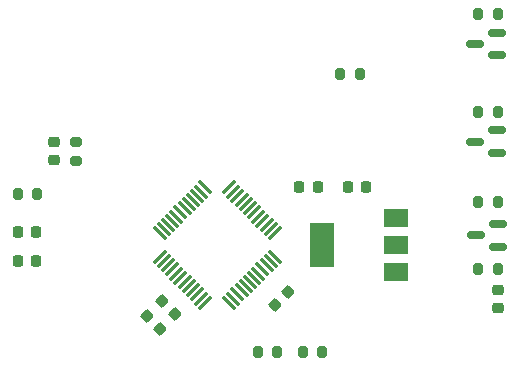
<source format=gbr>
%TF.GenerationSoftware,KiCad,Pcbnew,7.0.10*%
%TF.CreationDate,2025-01-30T22:16:48+01:00*%
%TF.ProjectId,bike_computer,62696b65-5f63-46f6-9d70-757465722e6b,rev?*%
%TF.SameCoordinates,Original*%
%TF.FileFunction,Paste,Top*%
%TF.FilePolarity,Positive*%
%FSLAX46Y46*%
G04 Gerber Fmt 4.6, Leading zero omitted, Abs format (unit mm)*
G04 Created by KiCad (PCBNEW 7.0.10) date 2025-01-30 22:16:48*
%MOMM*%
%LPD*%
G01*
G04 APERTURE LIST*
G04 Aperture macros list*
%AMRoundRect*
0 Rectangle with rounded corners*
0 $1 Rounding radius*
0 $2 $3 $4 $5 $6 $7 $8 $9 X,Y pos of 4 corners*
0 Add a 4 corners polygon primitive as box body*
4,1,4,$2,$3,$4,$5,$6,$7,$8,$9,$2,$3,0*
0 Add four circle primitives for the rounded corners*
1,1,$1+$1,$2,$3*
1,1,$1+$1,$4,$5*
1,1,$1+$1,$6,$7*
1,1,$1+$1,$8,$9*
0 Add four rect primitives between the rounded corners*
20,1,$1+$1,$2,$3,$4,$5,0*
20,1,$1+$1,$4,$5,$6,$7,0*
20,1,$1+$1,$6,$7,$8,$9,0*
20,1,$1+$1,$8,$9,$2,$3,0*%
G04 Aperture macros list end*
%ADD10RoundRect,0.225000X-0.250000X0.225000X-0.250000X-0.225000X0.250000X-0.225000X0.250000X0.225000X0*%
%ADD11RoundRect,0.225000X-0.225000X-0.250000X0.225000X-0.250000X0.225000X0.250000X-0.225000X0.250000X0*%
%ADD12RoundRect,0.200000X-0.200000X-0.275000X0.200000X-0.275000X0.200000X0.275000X-0.200000X0.275000X0*%
%ADD13R,2.000000X1.500000*%
%ADD14R,2.000000X3.800000*%
%ADD15RoundRect,0.075000X-0.415425X-0.521491X0.521491X0.415425X0.415425X0.521491X-0.521491X-0.415425X0*%
%ADD16RoundRect,0.075000X0.415425X-0.521491X0.521491X-0.415425X-0.415425X0.521491X-0.521491X0.415425X0*%
%ADD17RoundRect,0.200000X-0.275000X0.200000X-0.275000X-0.200000X0.275000X-0.200000X0.275000X0.200000X0*%
%ADD18RoundRect,0.225000X0.335876X0.017678X0.017678X0.335876X-0.335876X-0.017678X-0.017678X-0.335876X0*%
%ADD19RoundRect,0.200000X0.200000X0.275000X-0.200000X0.275000X-0.200000X-0.275000X0.200000X-0.275000X0*%
%ADD20RoundRect,0.225000X0.017678X-0.335876X0.335876X-0.017678X-0.017678X0.335876X-0.335876X0.017678X0*%
%ADD21RoundRect,0.150000X0.587500X0.150000X-0.587500X0.150000X-0.587500X-0.150000X0.587500X-0.150000X0*%
%ADD22RoundRect,0.225000X0.225000X0.250000X-0.225000X0.250000X-0.225000X-0.250000X0.225000X-0.250000X0*%
%ADD23RoundRect,0.225000X0.250000X-0.225000X0.250000X0.225000X-0.250000X0.225000X-0.250000X-0.225000X0*%
G04 APERTURE END LIST*
D10*
%TO.C,C10*%
X159766000Y-94602000D03*
X159766000Y-96152000D03*
%TD*%
D11*
%TO.C,C2*%
X142976000Y-85852000D03*
X144526000Y-85852000D03*
%TD*%
%TO.C,C8*%
X119126000Y-92172000D03*
X120676000Y-92172000D03*
%TD*%
D12*
%TO.C,R2*%
X143256000Y-99822000D03*
X144906000Y-99822000D03*
%TD*%
%TO.C,R5*%
X158116000Y-87122000D03*
X159766000Y-87122000D03*
%TD*%
D13*
%TO.C,U2*%
X151181200Y-93079600D03*
X151181200Y-90779600D03*
D14*
X144881200Y-90779600D03*
D13*
X151181200Y-88479600D03*
%TD*%
D15*
%TO.C,U1*%
X131139355Y-91799693D03*
X131492909Y-92153247D03*
X131846462Y-92506800D03*
X132200016Y-92860354D03*
X132553569Y-93213907D03*
X132907122Y-93567460D03*
X133260676Y-93921014D03*
X133614229Y-94274567D03*
X133967782Y-94628120D03*
X134321336Y-94981674D03*
X134674889Y-95335227D03*
X135028443Y-95688781D03*
D16*
X137026019Y-95688781D03*
X137379573Y-95335227D03*
X137733126Y-94981674D03*
X138086680Y-94628120D03*
X138440233Y-94274567D03*
X138793786Y-93921014D03*
X139147340Y-93567460D03*
X139500893Y-93213907D03*
X139854446Y-92860354D03*
X140208000Y-92506800D03*
X140561553Y-92153247D03*
X140915107Y-91799693D03*
D15*
X140915107Y-89802117D03*
X140561553Y-89448563D03*
X140208000Y-89095010D03*
X139854446Y-88741456D03*
X139500893Y-88387903D03*
X139147340Y-88034350D03*
X138793786Y-87680796D03*
X138440233Y-87327243D03*
X138086680Y-86973690D03*
X137733126Y-86620136D03*
X137379573Y-86266583D03*
X137026019Y-85913029D03*
D16*
X135028443Y-85913029D03*
X134674889Y-86266583D03*
X134321336Y-86620136D03*
X133967782Y-86973690D03*
X133614229Y-87327243D03*
X133260676Y-87680796D03*
X132907122Y-88034350D03*
X132553569Y-88387903D03*
X132200016Y-88741456D03*
X131846462Y-89095010D03*
X131492909Y-89448563D03*
X131139355Y-89802117D03*
%TD*%
D17*
%TO.C,R4*%
X124079000Y-82042000D03*
X124079000Y-83692000D03*
%TD*%
D18*
%TO.C,C5*%
X131137992Y-97917000D03*
X130041976Y-96820984D03*
%TD*%
D19*
%TO.C,R6*%
X159766000Y-92837000D03*
X158116000Y-92837000D03*
%TD*%
D20*
%TO.C,C6*%
X140889984Y-95838016D03*
X141986000Y-94742000D03*
%TD*%
D12*
%TO.C,R1*%
X139446000Y-99822000D03*
X141096000Y-99822000D03*
%TD*%
D11*
%TO.C,C7*%
X119126000Y-89662000D03*
X120676000Y-89662000D03*
%TD*%
D21*
%TO.C,Q2*%
X159736000Y-82992000D03*
X159736000Y-81092000D03*
X157861000Y-82042000D03*
%TD*%
D19*
%TO.C,R3*%
X120776000Y-86487000D03*
X119126000Y-86487000D03*
%TD*%
D21*
%TO.C,Q3*%
X159736000Y-74737000D03*
X159736000Y-72837000D03*
X157861000Y-73787000D03*
%TD*%
%TO.C,Q1*%
X159766000Y-90932000D03*
X159766000Y-89032000D03*
X157891000Y-89982000D03*
%TD*%
D19*
%TO.C,R9*%
X148081000Y-76327000D03*
X146431000Y-76327000D03*
%TD*%
D22*
%TO.C,C1*%
X148616000Y-85852000D03*
X147066000Y-85852000D03*
%TD*%
D18*
%TO.C,C4*%
X132461000Y-96647000D03*
X131364984Y-95550984D03*
%TD*%
D12*
%TO.C,R8*%
X158116000Y-71247000D03*
X159766000Y-71247000D03*
%TD*%
D23*
%TO.C,C9*%
X122174000Y-83592000D03*
X122174000Y-82042000D03*
%TD*%
D12*
%TO.C,R7*%
X158116000Y-79502000D03*
X159766000Y-79502000D03*
%TD*%
M02*

</source>
